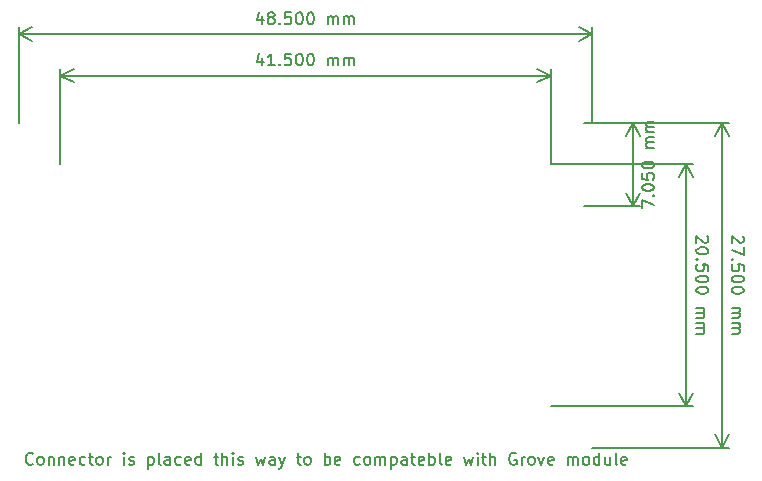
<source format=gbr>
G04 #@! TF.GenerationSoftware,KiCad,Pcbnew,5.1.10-88a1d61d58~90~ubuntu20.04.1*
G04 #@! TF.CreationDate,2022-01-16T21:05:33+00:00*
G04 #@! TF.ProjectId,hum_temp_sensor,68756d5f-7465-46d7-905f-73656e736f72,rev?*
G04 #@! TF.SameCoordinates,Original*
G04 #@! TF.FileFunction,Other,ECO1*
%FSLAX46Y46*%
G04 Gerber Fmt 4.6, Leading zero omitted, Abs format (unit mm)*
G04 Created by KiCad (PCBNEW 5.1.10-88a1d61d58~90~ubuntu20.04.1) date 2022-01-16 21:05:33*
%MOMM*%
%LPD*%
G01*
G04 APERTURE LIST*
%ADD10C,0.150000*%
G04 APERTURE END LIST*
D10*
X86666666Y-124357142D02*
X86619047Y-124404761D01*
X86476190Y-124452380D01*
X86380952Y-124452380D01*
X86238095Y-124404761D01*
X86142857Y-124309523D01*
X86095238Y-124214285D01*
X86047619Y-124023809D01*
X86047619Y-123880952D01*
X86095238Y-123690476D01*
X86142857Y-123595238D01*
X86238095Y-123500000D01*
X86380952Y-123452380D01*
X86476190Y-123452380D01*
X86619047Y-123500000D01*
X86666666Y-123547619D01*
X87238095Y-124452380D02*
X87142857Y-124404761D01*
X87095238Y-124357142D01*
X87047619Y-124261904D01*
X87047619Y-123976190D01*
X87095238Y-123880952D01*
X87142857Y-123833333D01*
X87238095Y-123785714D01*
X87380952Y-123785714D01*
X87476190Y-123833333D01*
X87523809Y-123880952D01*
X87571428Y-123976190D01*
X87571428Y-124261904D01*
X87523809Y-124357142D01*
X87476190Y-124404761D01*
X87380952Y-124452380D01*
X87238095Y-124452380D01*
X88000000Y-123785714D02*
X88000000Y-124452380D01*
X88000000Y-123880952D02*
X88047619Y-123833333D01*
X88142857Y-123785714D01*
X88285714Y-123785714D01*
X88380952Y-123833333D01*
X88428571Y-123928571D01*
X88428571Y-124452380D01*
X88904761Y-123785714D02*
X88904761Y-124452380D01*
X88904761Y-123880952D02*
X88952380Y-123833333D01*
X89047619Y-123785714D01*
X89190476Y-123785714D01*
X89285714Y-123833333D01*
X89333333Y-123928571D01*
X89333333Y-124452380D01*
X90190476Y-124404761D02*
X90095238Y-124452380D01*
X89904761Y-124452380D01*
X89809523Y-124404761D01*
X89761904Y-124309523D01*
X89761904Y-123928571D01*
X89809523Y-123833333D01*
X89904761Y-123785714D01*
X90095238Y-123785714D01*
X90190476Y-123833333D01*
X90238095Y-123928571D01*
X90238095Y-124023809D01*
X89761904Y-124119047D01*
X91095238Y-124404761D02*
X91000000Y-124452380D01*
X90809523Y-124452380D01*
X90714285Y-124404761D01*
X90666666Y-124357142D01*
X90619047Y-124261904D01*
X90619047Y-123976190D01*
X90666666Y-123880952D01*
X90714285Y-123833333D01*
X90809523Y-123785714D01*
X91000000Y-123785714D01*
X91095238Y-123833333D01*
X91380952Y-123785714D02*
X91761904Y-123785714D01*
X91523809Y-123452380D02*
X91523809Y-124309523D01*
X91571428Y-124404761D01*
X91666666Y-124452380D01*
X91761904Y-124452380D01*
X92238095Y-124452380D02*
X92142857Y-124404761D01*
X92095238Y-124357142D01*
X92047619Y-124261904D01*
X92047619Y-123976190D01*
X92095238Y-123880952D01*
X92142857Y-123833333D01*
X92238095Y-123785714D01*
X92380952Y-123785714D01*
X92476190Y-123833333D01*
X92523809Y-123880952D01*
X92571428Y-123976190D01*
X92571428Y-124261904D01*
X92523809Y-124357142D01*
X92476190Y-124404761D01*
X92380952Y-124452380D01*
X92238095Y-124452380D01*
X93000000Y-124452380D02*
X93000000Y-123785714D01*
X93000000Y-123976190D02*
X93047619Y-123880952D01*
X93095238Y-123833333D01*
X93190476Y-123785714D01*
X93285714Y-123785714D01*
X94380952Y-124452380D02*
X94380952Y-123785714D01*
X94380952Y-123452380D02*
X94333333Y-123500000D01*
X94380952Y-123547619D01*
X94428571Y-123500000D01*
X94380952Y-123452380D01*
X94380952Y-123547619D01*
X94809523Y-124404761D02*
X94904761Y-124452380D01*
X95095238Y-124452380D01*
X95190476Y-124404761D01*
X95238095Y-124309523D01*
X95238095Y-124261904D01*
X95190476Y-124166666D01*
X95095238Y-124119047D01*
X94952380Y-124119047D01*
X94857142Y-124071428D01*
X94809523Y-123976190D01*
X94809523Y-123928571D01*
X94857142Y-123833333D01*
X94952380Y-123785714D01*
X95095238Y-123785714D01*
X95190476Y-123833333D01*
X96428571Y-123785714D02*
X96428571Y-124785714D01*
X96428571Y-123833333D02*
X96523809Y-123785714D01*
X96714285Y-123785714D01*
X96809523Y-123833333D01*
X96857142Y-123880952D01*
X96904761Y-123976190D01*
X96904761Y-124261904D01*
X96857142Y-124357142D01*
X96809523Y-124404761D01*
X96714285Y-124452380D01*
X96523809Y-124452380D01*
X96428571Y-124404761D01*
X97476190Y-124452380D02*
X97380952Y-124404761D01*
X97333333Y-124309523D01*
X97333333Y-123452380D01*
X98285714Y-124452380D02*
X98285714Y-123928571D01*
X98238095Y-123833333D01*
X98142857Y-123785714D01*
X97952380Y-123785714D01*
X97857142Y-123833333D01*
X98285714Y-124404761D02*
X98190476Y-124452380D01*
X97952380Y-124452380D01*
X97857142Y-124404761D01*
X97809523Y-124309523D01*
X97809523Y-124214285D01*
X97857142Y-124119047D01*
X97952380Y-124071428D01*
X98190476Y-124071428D01*
X98285714Y-124023809D01*
X99190476Y-124404761D02*
X99095238Y-124452380D01*
X98904761Y-124452380D01*
X98809523Y-124404761D01*
X98761904Y-124357142D01*
X98714285Y-124261904D01*
X98714285Y-123976190D01*
X98761904Y-123880952D01*
X98809523Y-123833333D01*
X98904761Y-123785714D01*
X99095238Y-123785714D01*
X99190476Y-123833333D01*
X100000000Y-124404761D02*
X99904761Y-124452380D01*
X99714285Y-124452380D01*
X99619047Y-124404761D01*
X99571428Y-124309523D01*
X99571428Y-123928571D01*
X99619047Y-123833333D01*
X99714285Y-123785714D01*
X99904761Y-123785714D01*
X100000000Y-123833333D01*
X100047619Y-123928571D01*
X100047619Y-124023809D01*
X99571428Y-124119047D01*
X100904761Y-124452380D02*
X100904761Y-123452380D01*
X100904761Y-124404761D02*
X100809523Y-124452380D01*
X100619047Y-124452380D01*
X100523809Y-124404761D01*
X100476190Y-124357142D01*
X100428571Y-124261904D01*
X100428571Y-123976190D01*
X100476190Y-123880952D01*
X100523809Y-123833333D01*
X100619047Y-123785714D01*
X100809523Y-123785714D01*
X100904761Y-123833333D01*
X102000000Y-123785714D02*
X102380952Y-123785714D01*
X102142857Y-123452380D02*
X102142857Y-124309523D01*
X102190476Y-124404761D01*
X102285714Y-124452380D01*
X102380952Y-124452380D01*
X102714285Y-124452380D02*
X102714285Y-123452380D01*
X103142857Y-124452380D02*
X103142857Y-123928571D01*
X103095238Y-123833333D01*
X103000000Y-123785714D01*
X102857142Y-123785714D01*
X102761904Y-123833333D01*
X102714285Y-123880952D01*
X103619047Y-124452380D02*
X103619047Y-123785714D01*
X103619047Y-123452380D02*
X103571428Y-123500000D01*
X103619047Y-123547619D01*
X103666666Y-123500000D01*
X103619047Y-123452380D01*
X103619047Y-123547619D01*
X104047619Y-124404761D02*
X104142857Y-124452380D01*
X104333333Y-124452380D01*
X104428571Y-124404761D01*
X104476190Y-124309523D01*
X104476190Y-124261904D01*
X104428571Y-124166666D01*
X104333333Y-124119047D01*
X104190476Y-124119047D01*
X104095238Y-124071428D01*
X104047619Y-123976190D01*
X104047619Y-123928571D01*
X104095238Y-123833333D01*
X104190476Y-123785714D01*
X104333333Y-123785714D01*
X104428571Y-123833333D01*
X105571428Y-123785714D02*
X105761904Y-124452380D01*
X105952380Y-123976190D01*
X106142857Y-124452380D01*
X106333333Y-123785714D01*
X107142857Y-124452380D02*
X107142857Y-123928571D01*
X107095238Y-123833333D01*
X107000000Y-123785714D01*
X106809523Y-123785714D01*
X106714285Y-123833333D01*
X107142857Y-124404761D02*
X107047619Y-124452380D01*
X106809523Y-124452380D01*
X106714285Y-124404761D01*
X106666666Y-124309523D01*
X106666666Y-124214285D01*
X106714285Y-124119047D01*
X106809523Y-124071428D01*
X107047619Y-124071428D01*
X107142857Y-124023809D01*
X107523809Y-123785714D02*
X107761904Y-124452380D01*
X108000000Y-123785714D02*
X107761904Y-124452380D01*
X107666666Y-124690476D01*
X107619047Y-124738095D01*
X107523809Y-124785714D01*
X109000000Y-123785714D02*
X109380952Y-123785714D01*
X109142857Y-123452380D02*
X109142857Y-124309523D01*
X109190476Y-124404761D01*
X109285714Y-124452380D01*
X109380952Y-124452380D01*
X109857142Y-124452380D02*
X109761904Y-124404761D01*
X109714285Y-124357142D01*
X109666666Y-124261904D01*
X109666666Y-123976190D01*
X109714285Y-123880952D01*
X109761904Y-123833333D01*
X109857142Y-123785714D01*
X110000000Y-123785714D01*
X110095238Y-123833333D01*
X110142857Y-123880952D01*
X110190476Y-123976190D01*
X110190476Y-124261904D01*
X110142857Y-124357142D01*
X110095238Y-124404761D01*
X110000000Y-124452380D01*
X109857142Y-124452380D01*
X111380952Y-124452380D02*
X111380952Y-123452380D01*
X111380952Y-123833333D02*
X111476190Y-123785714D01*
X111666666Y-123785714D01*
X111761904Y-123833333D01*
X111809523Y-123880952D01*
X111857142Y-123976190D01*
X111857142Y-124261904D01*
X111809523Y-124357142D01*
X111761904Y-124404761D01*
X111666666Y-124452380D01*
X111476190Y-124452380D01*
X111380952Y-124404761D01*
X112666666Y-124404761D02*
X112571428Y-124452380D01*
X112380952Y-124452380D01*
X112285714Y-124404761D01*
X112238095Y-124309523D01*
X112238095Y-123928571D01*
X112285714Y-123833333D01*
X112380952Y-123785714D01*
X112571428Y-123785714D01*
X112666666Y-123833333D01*
X112714285Y-123928571D01*
X112714285Y-124023809D01*
X112238095Y-124119047D01*
X114333333Y-124404761D02*
X114238095Y-124452380D01*
X114047619Y-124452380D01*
X113952380Y-124404761D01*
X113904761Y-124357142D01*
X113857142Y-124261904D01*
X113857142Y-123976190D01*
X113904761Y-123880952D01*
X113952380Y-123833333D01*
X114047619Y-123785714D01*
X114238095Y-123785714D01*
X114333333Y-123833333D01*
X114904761Y-124452380D02*
X114809523Y-124404761D01*
X114761904Y-124357142D01*
X114714285Y-124261904D01*
X114714285Y-123976190D01*
X114761904Y-123880952D01*
X114809523Y-123833333D01*
X114904761Y-123785714D01*
X115047619Y-123785714D01*
X115142857Y-123833333D01*
X115190476Y-123880952D01*
X115238095Y-123976190D01*
X115238095Y-124261904D01*
X115190476Y-124357142D01*
X115142857Y-124404761D01*
X115047619Y-124452380D01*
X114904761Y-124452380D01*
X115666666Y-124452380D02*
X115666666Y-123785714D01*
X115666666Y-123880952D02*
X115714285Y-123833333D01*
X115809523Y-123785714D01*
X115952380Y-123785714D01*
X116047619Y-123833333D01*
X116095238Y-123928571D01*
X116095238Y-124452380D01*
X116095238Y-123928571D02*
X116142857Y-123833333D01*
X116238095Y-123785714D01*
X116380952Y-123785714D01*
X116476190Y-123833333D01*
X116523809Y-123928571D01*
X116523809Y-124452380D01*
X117000000Y-123785714D02*
X117000000Y-124785714D01*
X117000000Y-123833333D02*
X117095238Y-123785714D01*
X117285714Y-123785714D01*
X117380952Y-123833333D01*
X117428571Y-123880952D01*
X117476190Y-123976190D01*
X117476190Y-124261904D01*
X117428571Y-124357142D01*
X117380952Y-124404761D01*
X117285714Y-124452380D01*
X117095238Y-124452380D01*
X117000000Y-124404761D01*
X118333333Y-124452380D02*
X118333333Y-123928571D01*
X118285714Y-123833333D01*
X118190476Y-123785714D01*
X118000000Y-123785714D01*
X117904761Y-123833333D01*
X118333333Y-124404761D02*
X118238095Y-124452380D01*
X118000000Y-124452380D01*
X117904761Y-124404761D01*
X117857142Y-124309523D01*
X117857142Y-124214285D01*
X117904761Y-124119047D01*
X118000000Y-124071428D01*
X118238095Y-124071428D01*
X118333333Y-124023809D01*
X118666666Y-123785714D02*
X119047619Y-123785714D01*
X118809523Y-123452380D02*
X118809523Y-124309523D01*
X118857142Y-124404761D01*
X118952380Y-124452380D01*
X119047619Y-124452380D01*
X119761904Y-124404761D02*
X119666666Y-124452380D01*
X119476190Y-124452380D01*
X119380952Y-124404761D01*
X119333333Y-124309523D01*
X119333333Y-123928571D01*
X119380952Y-123833333D01*
X119476190Y-123785714D01*
X119666666Y-123785714D01*
X119761904Y-123833333D01*
X119809523Y-123928571D01*
X119809523Y-124023809D01*
X119333333Y-124119047D01*
X120238095Y-124452380D02*
X120238095Y-123452380D01*
X120238095Y-123833333D02*
X120333333Y-123785714D01*
X120523809Y-123785714D01*
X120619047Y-123833333D01*
X120666666Y-123880952D01*
X120714285Y-123976190D01*
X120714285Y-124261904D01*
X120666666Y-124357142D01*
X120619047Y-124404761D01*
X120523809Y-124452380D01*
X120333333Y-124452380D01*
X120238095Y-124404761D01*
X121285714Y-124452380D02*
X121190476Y-124404761D01*
X121142857Y-124309523D01*
X121142857Y-123452380D01*
X122047619Y-124404761D02*
X121952380Y-124452380D01*
X121761904Y-124452380D01*
X121666666Y-124404761D01*
X121619047Y-124309523D01*
X121619047Y-123928571D01*
X121666666Y-123833333D01*
X121761904Y-123785714D01*
X121952380Y-123785714D01*
X122047619Y-123833333D01*
X122095238Y-123928571D01*
X122095238Y-124023809D01*
X121619047Y-124119047D01*
X123190476Y-123785714D02*
X123380952Y-124452380D01*
X123571428Y-123976190D01*
X123761904Y-124452380D01*
X123952380Y-123785714D01*
X124333333Y-124452380D02*
X124333333Y-123785714D01*
X124333333Y-123452380D02*
X124285714Y-123500000D01*
X124333333Y-123547619D01*
X124380952Y-123500000D01*
X124333333Y-123452380D01*
X124333333Y-123547619D01*
X124666666Y-123785714D02*
X125047619Y-123785714D01*
X124809523Y-123452380D02*
X124809523Y-124309523D01*
X124857142Y-124404761D01*
X124952380Y-124452380D01*
X125047619Y-124452380D01*
X125380952Y-124452380D02*
X125380952Y-123452380D01*
X125809523Y-124452380D02*
X125809523Y-123928571D01*
X125761904Y-123833333D01*
X125666666Y-123785714D01*
X125523809Y-123785714D01*
X125428571Y-123833333D01*
X125380952Y-123880952D01*
X127571428Y-123500000D02*
X127476190Y-123452380D01*
X127333333Y-123452380D01*
X127190476Y-123500000D01*
X127095238Y-123595238D01*
X127047619Y-123690476D01*
X127000000Y-123880952D01*
X127000000Y-124023809D01*
X127047619Y-124214285D01*
X127095238Y-124309523D01*
X127190476Y-124404761D01*
X127333333Y-124452380D01*
X127428571Y-124452380D01*
X127571428Y-124404761D01*
X127619047Y-124357142D01*
X127619047Y-124023809D01*
X127428571Y-124023809D01*
X128047619Y-124452380D02*
X128047619Y-123785714D01*
X128047619Y-123976190D02*
X128095238Y-123880952D01*
X128142857Y-123833333D01*
X128238095Y-123785714D01*
X128333333Y-123785714D01*
X128809523Y-124452380D02*
X128714285Y-124404761D01*
X128666666Y-124357142D01*
X128619047Y-124261904D01*
X128619047Y-123976190D01*
X128666666Y-123880952D01*
X128714285Y-123833333D01*
X128809523Y-123785714D01*
X128952380Y-123785714D01*
X129047619Y-123833333D01*
X129095238Y-123880952D01*
X129142857Y-123976190D01*
X129142857Y-124261904D01*
X129095238Y-124357142D01*
X129047619Y-124404761D01*
X128952380Y-124452380D01*
X128809523Y-124452380D01*
X129476190Y-123785714D02*
X129714285Y-124452380D01*
X129952380Y-123785714D01*
X130714285Y-124404761D02*
X130619047Y-124452380D01*
X130428571Y-124452380D01*
X130333333Y-124404761D01*
X130285714Y-124309523D01*
X130285714Y-123928571D01*
X130333333Y-123833333D01*
X130428571Y-123785714D01*
X130619047Y-123785714D01*
X130714285Y-123833333D01*
X130761904Y-123928571D01*
X130761904Y-124023809D01*
X130285714Y-124119047D01*
X131952380Y-124452380D02*
X131952380Y-123785714D01*
X131952380Y-123880952D02*
X131999999Y-123833333D01*
X132095238Y-123785714D01*
X132238095Y-123785714D01*
X132333333Y-123833333D01*
X132380952Y-123928571D01*
X132380952Y-124452380D01*
X132380952Y-123928571D02*
X132428571Y-123833333D01*
X132523809Y-123785714D01*
X132666666Y-123785714D01*
X132761904Y-123833333D01*
X132809523Y-123928571D01*
X132809523Y-124452380D01*
X133428571Y-124452380D02*
X133333333Y-124404761D01*
X133285714Y-124357142D01*
X133238095Y-124261904D01*
X133238095Y-123976190D01*
X133285714Y-123880952D01*
X133333333Y-123833333D01*
X133428571Y-123785714D01*
X133571428Y-123785714D01*
X133666666Y-123833333D01*
X133714285Y-123880952D01*
X133761904Y-123976190D01*
X133761904Y-124261904D01*
X133714285Y-124357142D01*
X133666666Y-124404761D01*
X133571428Y-124452380D01*
X133428571Y-124452380D01*
X134619047Y-124452380D02*
X134619047Y-123452380D01*
X134619047Y-124404761D02*
X134523809Y-124452380D01*
X134333333Y-124452380D01*
X134238095Y-124404761D01*
X134190476Y-124357142D01*
X134142857Y-124261904D01*
X134142857Y-123976190D01*
X134190476Y-123880952D01*
X134238095Y-123833333D01*
X134333333Y-123785714D01*
X134523809Y-123785714D01*
X134619047Y-123833333D01*
X135523809Y-123785714D02*
X135523809Y-124452380D01*
X135095238Y-123785714D02*
X135095238Y-124309523D01*
X135142857Y-124404761D01*
X135238095Y-124452380D01*
X135380952Y-124452380D01*
X135476190Y-124404761D01*
X135523809Y-124357142D01*
X136142857Y-124452380D02*
X136047619Y-124404761D01*
X136000000Y-124309523D01*
X136000000Y-123452380D01*
X136904761Y-124404761D02*
X136809523Y-124452380D01*
X136619047Y-124452380D01*
X136523809Y-124404761D01*
X136476190Y-124309523D01*
X136476190Y-123928571D01*
X136523809Y-123833333D01*
X136619047Y-123785714D01*
X136809523Y-123785714D01*
X136904761Y-123833333D01*
X136952380Y-123928571D01*
X136952380Y-124023809D01*
X136476190Y-124119047D01*
X138252380Y-102739285D02*
X138252380Y-102072619D01*
X139252380Y-102501190D01*
X139157142Y-101691666D02*
X139204761Y-101644047D01*
X139252380Y-101691666D01*
X139204761Y-101739285D01*
X139157142Y-101691666D01*
X139252380Y-101691666D01*
X138252380Y-101025000D02*
X138252380Y-100929761D01*
X138300000Y-100834523D01*
X138347619Y-100786904D01*
X138442857Y-100739285D01*
X138633333Y-100691666D01*
X138871428Y-100691666D01*
X139061904Y-100739285D01*
X139157142Y-100786904D01*
X139204761Y-100834523D01*
X139252380Y-100929761D01*
X139252380Y-101025000D01*
X139204761Y-101120238D01*
X139157142Y-101167857D01*
X139061904Y-101215476D01*
X138871428Y-101263095D01*
X138633333Y-101263095D01*
X138442857Y-101215476D01*
X138347619Y-101167857D01*
X138300000Y-101120238D01*
X138252380Y-101025000D01*
X138252380Y-99786904D02*
X138252380Y-100263095D01*
X138728571Y-100310714D01*
X138680952Y-100263095D01*
X138633333Y-100167857D01*
X138633333Y-99929761D01*
X138680952Y-99834523D01*
X138728571Y-99786904D01*
X138823809Y-99739285D01*
X139061904Y-99739285D01*
X139157142Y-99786904D01*
X139204761Y-99834523D01*
X139252380Y-99929761D01*
X139252380Y-100167857D01*
X139204761Y-100263095D01*
X139157142Y-100310714D01*
X138252380Y-99120238D02*
X138252380Y-99025000D01*
X138300000Y-98929761D01*
X138347619Y-98882142D01*
X138442857Y-98834523D01*
X138633333Y-98786904D01*
X138871428Y-98786904D01*
X139061904Y-98834523D01*
X139157142Y-98882142D01*
X139204761Y-98929761D01*
X139252380Y-99025000D01*
X139252380Y-99120238D01*
X139204761Y-99215476D01*
X139157142Y-99263095D01*
X139061904Y-99310714D01*
X138871428Y-99358333D01*
X138633333Y-99358333D01*
X138442857Y-99310714D01*
X138347619Y-99263095D01*
X138300000Y-99215476D01*
X138252380Y-99120238D01*
X139252380Y-97596428D02*
X138585714Y-97596428D01*
X138680952Y-97596428D02*
X138633333Y-97548809D01*
X138585714Y-97453571D01*
X138585714Y-97310714D01*
X138633333Y-97215476D01*
X138728571Y-97167857D01*
X139252380Y-97167857D01*
X138728571Y-97167857D02*
X138633333Y-97120238D01*
X138585714Y-97025000D01*
X138585714Y-96882142D01*
X138633333Y-96786904D01*
X138728571Y-96739285D01*
X139252380Y-96739285D01*
X139252380Y-96263095D02*
X138585714Y-96263095D01*
X138680952Y-96263095D02*
X138633333Y-96215476D01*
X138585714Y-96120238D01*
X138585714Y-95977380D01*
X138633333Y-95882142D01*
X138728571Y-95834523D01*
X139252380Y-95834523D01*
X138728571Y-95834523D02*
X138633333Y-95786904D01*
X138585714Y-95691666D01*
X138585714Y-95548809D01*
X138633333Y-95453571D01*
X138728571Y-95405952D01*
X139252380Y-95405952D01*
X137500000Y-102550000D02*
X137500000Y-95500000D01*
X133350000Y-102550000D02*
X138086421Y-102550000D01*
X133350000Y-95500000D02*
X138086421Y-95500000D01*
X137500000Y-95500000D02*
X138086421Y-96626504D01*
X137500000Y-95500000D02*
X136913579Y-96626504D01*
X137500000Y-102550000D02*
X138086421Y-101423496D01*
X137500000Y-102550000D02*
X136913579Y-101423496D01*
X143752380Y-105107142D02*
X143800000Y-105154761D01*
X143847619Y-105250000D01*
X143847619Y-105488095D01*
X143800000Y-105583333D01*
X143752380Y-105630952D01*
X143657142Y-105678571D01*
X143561904Y-105678571D01*
X143419047Y-105630952D01*
X142847619Y-105059523D01*
X142847619Y-105678571D01*
X143847619Y-106297619D02*
X143847619Y-106392857D01*
X143800000Y-106488095D01*
X143752380Y-106535714D01*
X143657142Y-106583333D01*
X143466666Y-106630952D01*
X143228571Y-106630952D01*
X143038095Y-106583333D01*
X142942857Y-106535714D01*
X142895238Y-106488095D01*
X142847619Y-106392857D01*
X142847619Y-106297619D01*
X142895238Y-106202380D01*
X142942857Y-106154761D01*
X143038095Y-106107142D01*
X143228571Y-106059523D01*
X143466666Y-106059523D01*
X143657142Y-106107142D01*
X143752380Y-106154761D01*
X143800000Y-106202380D01*
X143847619Y-106297619D01*
X142942857Y-107059523D02*
X142895238Y-107107142D01*
X142847619Y-107059523D01*
X142895238Y-107011904D01*
X142942857Y-107059523D01*
X142847619Y-107059523D01*
X143847619Y-108011904D02*
X143847619Y-107535714D01*
X143371428Y-107488095D01*
X143419047Y-107535714D01*
X143466666Y-107630952D01*
X143466666Y-107869047D01*
X143419047Y-107964285D01*
X143371428Y-108011904D01*
X143276190Y-108059523D01*
X143038095Y-108059523D01*
X142942857Y-108011904D01*
X142895238Y-107964285D01*
X142847619Y-107869047D01*
X142847619Y-107630952D01*
X142895238Y-107535714D01*
X142942857Y-107488095D01*
X143847619Y-108678571D02*
X143847619Y-108773809D01*
X143800000Y-108869047D01*
X143752380Y-108916666D01*
X143657142Y-108964285D01*
X143466666Y-109011904D01*
X143228571Y-109011904D01*
X143038095Y-108964285D01*
X142942857Y-108916666D01*
X142895238Y-108869047D01*
X142847619Y-108773809D01*
X142847619Y-108678571D01*
X142895238Y-108583333D01*
X142942857Y-108535714D01*
X143038095Y-108488095D01*
X143228571Y-108440476D01*
X143466666Y-108440476D01*
X143657142Y-108488095D01*
X143752380Y-108535714D01*
X143800000Y-108583333D01*
X143847619Y-108678571D01*
X143847619Y-109630952D02*
X143847619Y-109726190D01*
X143800000Y-109821428D01*
X143752380Y-109869047D01*
X143657142Y-109916666D01*
X143466666Y-109964285D01*
X143228571Y-109964285D01*
X143038095Y-109916666D01*
X142942857Y-109869047D01*
X142895238Y-109821428D01*
X142847619Y-109726190D01*
X142847619Y-109630952D01*
X142895238Y-109535714D01*
X142942857Y-109488095D01*
X143038095Y-109440476D01*
X143228571Y-109392857D01*
X143466666Y-109392857D01*
X143657142Y-109440476D01*
X143752380Y-109488095D01*
X143800000Y-109535714D01*
X143847619Y-109630952D01*
X142847619Y-111154761D02*
X143514285Y-111154761D01*
X143419047Y-111154761D02*
X143466666Y-111202380D01*
X143514285Y-111297619D01*
X143514285Y-111440476D01*
X143466666Y-111535714D01*
X143371428Y-111583333D01*
X142847619Y-111583333D01*
X143371428Y-111583333D02*
X143466666Y-111630952D01*
X143514285Y-111726190D01*
X143514285Y-111869047D01*
X143466666Y-111964285D01*
X143371428Y-112011904D01*
X142847619Y-112011904D01*
X142847619Y-112488095D02*
X143514285Y-112488095D01*
X143419047Y-112488095D02*
X143466666Y-112535714D01*
X143514285Y-112630952D01*
X143514285Y-112773809D01*
X143466666Y-112869047D01*
X143371428Y-112916666D01*
X142847619Y-112916666D01*
X143371428Y-112916666D02*
X143466666Y-112964285D01*
X143514285Y-113059523D01*
X143514285Y-113202380D01*
X143466666Y-113297619D01*
X143371428Y-113345238D01*
X142847619Y-113345238D01*
X142000000Y-99000000D02*
X142000000Y-119500000D01*
X130500000Y-99000000D02*
X142586421Y-99000000D01*
X130500000Y-119500000D02*
X142586421Y-119500000D01*
X142000000Y-119500000D02*
X141413579Y-118373496D01*
X142000000Y-119500000D02*
X142586421Y-118373496D01*
X142000000Y-99000000D02*
X141413579Y-100126504D01*
X142000000Y-99000000D02*
X142586421Y-100126504D01*
X146752380Y-105107142D02*
X146800000Y-105154761D01*
X146847619Y-105250000D01*
X146847619Y-105488095D01*
X146800000Y-105583333D01*
X146752380Y-105630952D01*
X146657142Y-105678571D01*
X146561904Y-105678571D01*
X146419047Y-105630952D01*
X145847619Y-105059523D01*
X145847619Y-105678571D01*
X146847619Y-106011904D02*
X146847619Y-106678571D01*
X145847619Y-106250000D01*
X145942857Y-107059523D02*
X145895238Y-107107142D01*
X145847619Y-107059523D01*
X145895238Y-107011904D01*
X145942857Y-107059523D01*
X145847619Y-107059523D01*
X146847619Y-108011904D02*
X146847619Y-107535714D01*
X146371428Y-107488095D01*
X146419047Y-107535714D01*
X146466666Y-107630952D01*
X146466666Y-107869047D01*
X146419047Y-107964285D01*
X146371428Y-108011904D01*
X146276190Y-108059523D01*
X146038095Y-108059523D01*
X145942857Y-108011904D01*
X145895238Y-107964285D01*
X145847619Y-107869047D01*
X145847619Y-107630952D01*
X145895238Y-107535714D01*
X145942857Y-107488095D01*
X146847619Y-108678571D02*
X146847619Y-108773809D01*
X146800000Y-108869047D01*
X146752380Y-108916666D01*
X146657142Y-108964285D01*
X146466666Y-109011904D01*
X146228571Y-109011904D01*
X146038095Y-108964285D01*
X145942857Y-108916666D01*
X145895238Y-108869047D01*
X145847619Y-108773809D01*
X145847619Y-108678571D01*
X145895238Y-108583333D01*
X145942857Y-108535714D01*
X146038095Y-108488095D01*
X146228571Y-108440476D01*
X146466666Y-108440476D01*
X146657142Y-108488095D01*
X146752380Y-108535714D01*
X146800000Y-108583333D01*
X146847619Y-108678571D01*
X146847619Y-109630952D02*
X146847619Y-109726190D01*
X146800000Y-109821428D01*
X146752380Y-109869047D01*
X146657142Y-109916666D01*
X146466666Y-109964285D01*
X146228571Y-109964285D01*
X146038095Y-109916666D01*
X145942857Y-109869047D01*
X145895238Y-109821428D01*
X145847619Y-109726190D01*
X145847619Y-109630952D01*
X145895238Y-109535714D01*
X145942857Y-109488095D01*
X146038095Y-109440476D01*
X146228571Y-109392857D01*
X146466666Y-109392857D01*
X146657142Y-109440476D01*
X146752380Y-109488095D01*
X146800000Y-109535714D01*
X146847619Y-109630952D01*
X145847619Y-111154761D02*
X146514285Y-111154761D01*
X146419047Y-111154761D02*
X146466666Y-111202380D01*
X146514285Y-111297619D01*
X146514285Y-111440476D01*
X146466666Y-111535714D01*
X146371428Y-111583333D01*
X145847619Y-111583333D01*
X146371428Y-111583333D02*
X146466666Y-111630952D01*
X146514285Y-111726190D01*
X146514285Y-111869047D01*
X146466666Y-111964285D01*
X146371428Y-112011904D01*
X145847619Y-112011904D01*
X145847619Y-112488095D02*
X146514285Y-112488095D01*
X146419047Y-112488095D02*
X146466666Y-112535714D01*
X146514285Y-112630952D01*
X146514285Y-112773809D01*
X146466666Y-112869047D01*
X146371428Y-112916666D01*
X145847619Y-112916666D01*
X146371428Y-112916666D02*
X146466666Y-112964285D01*
X146514285Y-113059523D01*
X146514285Y-113202380D01*
X146466666Y-113297619D01*
X146371428Y-113345238D01*
X145847619Y-113345238D01*
X145000000Y-95500000D02*
X145000000Y-123000000D01*
X134000000Y-95500000D02*
X145586421Y-95500000D01*
X134000000Y-123000000D02*
X145586421Y-123000000D01*
X145000000Y-123000000D02*
X144413579Y-121873496D01*
X145000000Y-123000000D02*
X145586421Y-121873496D01*
X145000000Y-95500000D02*
X144413579Y-96626504D01*
X145000000Y-95500000D02*
X145586421Y-96626504D01*
X106083333Y-89985714D02*
X106083333Y-90652380D01*
X105845238Y-89604761D02*
X105607142Y-90319047D01*
X106226190Y-90319047D01*
X107130952Y-90652380D02*
X106559523Y-90652380D01*
X106845238Y-90652380D02*
X106845238Y-89652380D01*
X106750000Y-89795238D01*
X106654761Y-89890476D01*
X106559523Y-89938095D01*
X107559523Y-90557142D02*
X107607142Y-90604761D01*
X107559523Y-90652380D01*
X107511904Y-90604761D01*
X107559523Y-90557142D01*
X107559523Y-90652380D01*
X108511904Y-89652380D02*
X108035714Y-89652380D01*
X107988095Y-90128571D01*
X108035714Y-90080952D01*
X108130952Y-90033333D01*
X108369047Y-90033333D01*
X108464285Y-90080952D01*
X108511904Y-90128571D01*
X108559523Y-90223809D01*
X108559523Y-90461904D01*
X108511904Y-90557142D01*
X108464285Y-90604761D01*
X108369047Y-90652380D01*
X108130952Y-90652380D01*
X108035714Y-90604761D01*
X107988095Y-90557142D01*
X109178571Y-89652380D02*
X109273809Y-89652380D01*
X109369047Y-89700000D01*
X109416666Y-89747619D01*
X109464285Y-89842857D01*
X109511904Y-90033333D01*
X109511904Y-90271428D01*
X109464285Y-90461904D01*
X109416666Y-90557142D01*
X109369047Y-90604761D01*
X109273809Y-90652380D01*
X109178571Y-90652380D01*
X109083333Y-90604761D01*
X109035714Y-90557142D01*
X108988095Y-90461904D01*
X108940476Y-90271428D01*
X108940476Y-90033333D01*
X108988095Y-89842857D01*
X109035714Y-89747619D01*
X109083333Y-89700000D01*
X109178571Y-89652380D01*
X110130952Y-89652380D02*
X110226190Y-89652380D01*
X110321428Y-89700000D01*
X110369047Y-89747619D01*
X110416666Y-89842857D01*
X110464285Y-90033333D01*
X110464285Y-90271428D01*
X110416666Y-90461904D01*
X110369047Y-90557142D01*
X110321428Y-90604761D01*
X110226190Y-90652380D01*
X110130952Y-90652380D01*
X110035714Y-90604761D01*
X109988095Y-90557142D01*
X109940476Y-90461904D01*
X109892857Y-90271428D01*
X109892857Y-90033333D01*
X109940476Y-89842857D01*
X109988095Y-89747619D01*
X110035714Y-89700000D01*
X110130952Y-89652380D01*
X111654761Y-90652380D02*
X111654761Y-89985714D01*
X111654761Y-90080952D02*
X111702380Y-90033333D01*
X111797619Y-89985714D01*
X111940476Y-89985714D01*
X112035714Y-90033333D01*
X112083333Y-90128571D01*
X112083333Y-90652380D01*
X112083333Y-90128571D02*
X112130952Y-90033333D01*
X112226190Y-89985714D01*
X112369047Y-89985714D01*
X112464285Y-90033333D01*
X112511904Y-90128571D01*
X112511904Y-90652380D01*
X112988095Y-90652380D02*
X112988095Y-89985714D01*
X112988095Y-90080952D02*
X113035714Y-90033333D01*
X113130952Y-89985714D01*
X113273809Y-89985714D01*
X113369047Y-90033333D01*
X113416666Y-90128571D01*
X113416666Y-90652380D01*
X113416666Y-90128571D02*
X113464285Y-90033333D01*
X113559523Y-89985714D01*
X113702380Y-89985714D01*
X113797619Y-90033333D01*
X113845238Y-90128571D01*
X113845238Y-90652380D01*
X89000000Y-91500000D02*
X130500000Y-91500000D01*
X89000000Y-99000000D02*
X89000000Y-90913579D01*
X130500000Y-99000000D02*
X130500000Y-90913579D01*
X130500000Y-91500000D02*
X129373496Y-92086421D01*
X130500000Y-91500000D02*
X129373496Y-90913579D01*
X89000000Y-91500000D02*
X90126504Y-92086421D01*
X89000000Y-91500000D02*
X90126504Y-90913579D01*
X106083333Y-86485714D02*
X106083333Y-87152380D01*
X105845238Y-86104761D02*
X105607142Y-86819047D01*
X106226190Y-86819047D01*
X106750000Y-86580952D02*
X106654761Y-86533333D01*
X106607142Y-86485714D01*
X106559523Y-86390476D01*
X106559523Y-86342857D01*
X106607142Y-86247619D01*
X106654761Y-86200000D01*
X106750000Y-86152380D01*
X106940476Y-86152380D01*
X107035714Y-86200000D01*
X107083333Y-86247619D01*
X107130952Y-86342857D01*
X107130952Y-86390476D01*
X107083333Y-86485714D01*
X107035714Y-86533333D01*
X106940476Y-86580952D01*
X106750000Y-86580952D01*
X106654761Y-86628571D01*
X106607142Y-86676190D01*
X106559523Y-86771428D01*
X106559523Y-86961904D01*
X106607142Y-87057142D01*
X106654761Y-87104761D01*
X106750000Y-87152380D01*
X106940476Y-87152380D01*
X107035714Y-87104761D01*
X107083333Y-87057142D01*
X107130952Y-86961904D01*
X107130952Y-86771428D01*
X107083333Y-86676190D01*
X107035714Y-86628571D01*
X106940476Y-86580952D01*
X107559523Y-87057142D02*
X107607142Y-87104761D01*
X107559523Y-87152380D01*
X107511904Y-87104761D01*
X107559523Y-87057142D01*
X107559523Y-87152380D01*
X108511904Y-86152380D02*
X108035714Y-86152380D01*
X107988095Y-86628571D01*
X108035714Y-86580952D01*
X108130952Y-86533333D01*
X108369047Y-86533333D01*
X108464285Y-86580952D01*
X108511904Y-86628571D01*
X108559523Y-86723809D01*
X108559523Y-86961904D01*
X108511904Y-87057142D01*
X108464285Y-87104761D01*
X108369047Y-87152380D01*
X108130952Y-87152380D01*
X108035714Y-87104761D01*
X107988095Y-87057142D01*
X109178571Y-86152380D02*
X109273809Y-86152380D01*
X109369047Y-86200000D01*
X109416666Y-86247619D01*
X109464285Y-86342857D01*
X109511904Y-86533333D01*
X109511904Y-86771428D01*
X109464285Y-86961904D01*
X109416666Y-87057142D01*
X109369047Y-87104761D01*
X109273809Y-87152380D01*
X109178571Y-87152380D01*
X109083333Y-87104761D01*
X109035714Y-87057142D01*
X108988095Y-86961904D01*
X108940476Y-86771428D01*
X108940476Y-86533333D01*
X108988095Y-86342857D01*
X109035714Y-86247619D01*
X109083333Y-86200000D01*
X109178571Y-86152380D01*
X110130952Y-86152380D02*
X110226190Y-86152380D01*
X110321428Y-86200000D01*
X110369047Y-86247619D01*
X110416666Y-86342857D01*
X110464285Y-86533333D01*
X110464285Y-86771428D01*
X110416666Y-86961904D01*
X110369047Y-87057142D01*
X110321428Y-87104761D01*
X110226190Y-87152380D01*
X110130952Y-87152380D01*
X110035714Y-87104761D01*
X109988095Y-87057142D01*
X109940476Y-86961904D01*
X109892857Y-86771428D01*
X109892857Y-86533333D01*
X109940476Y-86342857D01*
X109988095Y-86247619D01*
X110035714Y-86200000D01*
X110130952Y-86152380D01*
X111654761Y-87152380D02*
X111654761Y-86485714D01*
X111654761Y-86580952D02*
X111702380Y-86533333D01*
X111797619Y-86485714D01*
X111940476Y-86485714D01*
X112035714Y-86533333D01*
X112083333Y-86628571D01*
X112083333Y-87152380D01*
X112083333Y-86628571D02*
X112130952Y-86533333D01*
X112226190Y-86485714D01*
X112369047Y-86485714D01*
X112464285Y-86533333D01*
X112511904Y-86628571D01*
X112511904Y-87152380D01*
X112988095Y-87152380D02*
X112988095Y-86485714D01*
X112988095Y-86580952D02*
X113035714Y-86533333D01*
X113130952Y-86485714D01*
X113273809Y-86485714D01*
X113369047Y-86533333D01*
X113416666Y-86628571D01*
X113416666Y-87152380D01*
X113416666Y-86628571D02*
X113464285Y-86533333D01*
X113559523Y-86485714D01*
X113702380Y-86485714D01*
X113797619Y-86533333D01*
X113845238Y-86628571D01*
X113845238Y-87152380D01*
X85500000Y-88000000D02*
X134000000Y-88000000D01*
X85500000Y-95500000D02*
X85500000Y-87413579D01*
X134000000Y-95500000D02*
X134000000Y-87413579D01*
X134000000Y-88000000D02*
X132873496Y-88586421D01*
X134000000Y-88000000D02*
X132873496Y-87413579D01*
X85500000Y-88000000D02*
X86626504Y-88586421D01*
X85500000Y-88000000D02*
X86626504Y-87413579D01*
M02*

</source>
